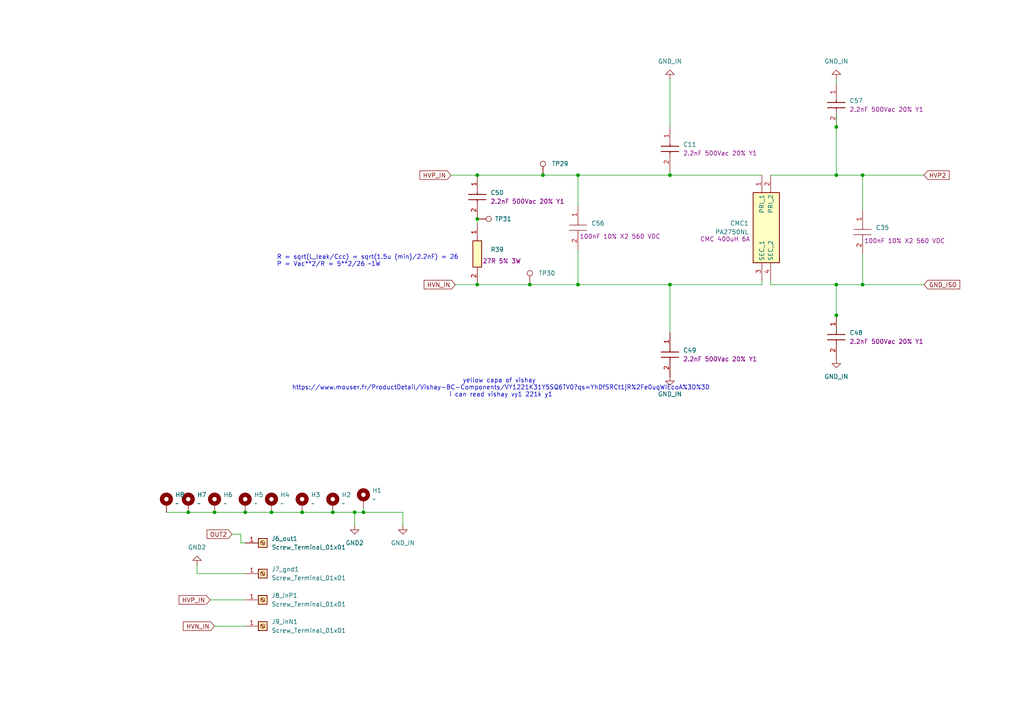
<source format=kicad_sch>
(kicad_sch (version 20250114) (generator "eeschema") (generator_version "9.0")
  (paper "A4")
  (lib_symbols
    (symbol "B81123C1222M:B81123C1222M" (pin_names (hide yes))
      (property "Reference" "C" (at 8.89 6.35 0))
      (property "Value" "B81123C1222M" (at 8.89 3.81 0))
      (symbol "B81123C1222M_1_1"
        (polyline (pts (xy 5.08 0) (xy 5.588 0)) (stroke (width 0.254)))
        (polyline (pts (xy 5.588 2.54) (xy 5.588 -2.54)) (stroke (width 0.254)))
        (polyline (pts (xy 7.112 2.54) (xy 7.112 -2.54)) (stroke (width 0.254)))
        (polyline (pts (xy 7.112 0) (xy 7.62 0)) (stroke (width 0.254)))
        (pin passive line (at 0 0 0) (length 5.08) (name "1") (number "1"))
        (pin passive line (at 12.7 0 180) (length 5.08) (name "2") (number "2"))
      )
    )
    (symbol "Connector:Screw_Terminal_01x01" (pin_names (offset 1.016) (hide yes))
      (property "Reference" "J" (at 0 2.54 0))
      (property "Value" "Screw_Terminal_01x01" (at 0 -2.54 0))
      (symbol "Screw_Terminal_01x01_1_1"
        (rectangle (start -1.27 1.27) (end 1.27 -1.27) (stroke (width 0.254)) (fill (type background)))
        (polyline (pts (xy -0.5334 0.3302) (xy 0.3302 -0.508)) (stroke (width 0.1524)))
        (polyline (pts (xy -0.3556 0.508) (xy 0.508 -0.3302)) (stroke (width 0.1524)))
        (circle (center 0 0) (radius 0.635) (stroke (width 0.1524)))
        (pin passive line (at -5.08 0 0) (length 3.81) (name "Pin_1") (number "1"))
      )
    )
    (symbol "Connector:TestPoint" (pin_numbers (hide yes)) (pin_names (offset 0.762) (hide yes))
      (property "Reference" "TP" (at 0 6.858 0))
      (property "Value" "TestPoint" (at 0 5.08 0))
      (symbol "TestPoint_0_1"
        (circle (center 0 3.302) (radius 0.762))
      )
      (symbol "TestPoint_1_1"
        (pin passive line (at 0 0 90) (length 2.54) (name "1") (number "1"))
      )
    )
    (symbol "LTR100JZPJ270:LTR100JZPJ270" (pin_names (hide yes))
      (property "Reference" "R" (at 13.97 6.35 0))
      (property "Value" "LTR100JZPJ270" (at 13.97 3.81 0))
      (symbol "LTR100JZPJ270_1_1"
        (rectangle (start 5.08 1.27) (end 12.7 -1.27) (stroke (width 0.254)) (fill (type background)))
        (pin passive line (at 0 0 0) (length 5.08) (name "1") (number "1"))
        (pin passive line (at 17.78 0 180) (length 5.08) (name "2") (number "2"))
      )
    )
    (symbol "Mechanical:MountingHole_Pad" (pin_numbers (hide yes)) (pin_names (offset 1.016) (hide yes)) (in_bom no)
      (property "Reference" "H" (at 0 6.35 0))
      (property "Value" "MountingHole_Pad" (at 0 4.445 0))
      (symbol "MountingHole_Pad_0_1"
        (circle (center 0 1.27) (radius 1.27) (stroke (width 1.27)))
      )
      (symbol "MountingHole_Pad_1_1"
        (pin input line (at 0 -2.54 90) (length 2.54) (name "1") (number "1"))
      )
    )
    (symbol "PA2750NL:PA2750NL"
      (property "Reference" "FL" (at 26.67 7.62 0))
      (property "Value" "PA2750NL" (at 26.67 5.08 0))
      (symbol "PA2750NL_1_1"
        (rectangle (start 5.08 2.54) (end 25.4 -5.08) (stroke (width 0.254)) (fill (type background)))
        (pin passive line (at 0 0 0) (length 5.08) (name "PRI_1") (number "1"))
        (pin passive line (at 0 -2.54 0) (length 5.08) (name "PRI_2") (number "2"))
        (pin passive line (at 30.48 0 180) (length 5.08) (name "SEC_1") (number "3"))
        (pin passive line (at 30.48 -2.54 180) (length 5.08) (name "SEC_2") (number "4"))
      )
    )
    (symbol "R46KI310050M1K:R46KI310050M1K" (pin_names (offset 0.762))
      (property "Reference" "C" (at 8.89 6.35 0))
      (property "Value" "R46KI310050M1K" (at 8.89 3.81 0))
      (symbol "R46KI310050M1K_0_0"
        (pin passive line (at 0 0 0) (length 5.08) (name "~") (number "1"))
        (pin passive line (at 12.7 0 180) (length 5.08) (name "~") (number "2"))
      )
      (symbol "R46KI310050M1K_0_1"
        (polyline (pts (xy 5.08 0) (xy 5.588 0)) (stroke (width 0.1524)))
        (polyline (pts (xy 5.588 2.54) (xy 5.588 -2.54)) (stroke (width 0.1524)))
        (polyline (pts (xy 7.112 2.54) (xy 7.112 -2.54)) (stroke (width 0.1524)))
        (polyline (pts (xy 7.112 0) (xy 7.62 0)) (stroke (width 0.1524)))
      )
    )
    (symbol "power:GND2" (power) (pin_numbers (hide yes)) (pin_names (offset 0) (hide yes))
      (property "Value" "GND2" (at 0 -3.81 0))
      (symbol "GND2_0_1"
        (polyline (pts (xy 0 0) (xy 0 -1.27) (xy 1.27 -1.27) (xy 0 -2.54) (xy -1.27 -1.27) (xy 0 -1.27)))
      )
      (symbol "GND2_1_1"
        (pin power_in line (at 0 0 270) (length 0) (name "~") (number "1"))
      )
    )
  )
  (text "R = sqrt(L_leak/Ccc) = sqrt(1.5u (min)/2.2nF) = 26\nP = Vac**2/R = 5**2/26 ~1W" (at 80.264 75.692 0) (effects (font (size 1.27 1.27)) (justify left)))
  (text "yellow capa of vishay \nhttps://www.mouser.fr/ProductDetail/Vishay-BC-Components/VY1221K31Y5SQ6TV0?qs=YhDfSRCt1jR%2Fe0uqWIEcoA%3D%3D\ni can read vishay vy1 221k y1" (at 145.288 112.522 0) (effects (font (size 1.27 1.27))))
  (junction (at 138.43 82.55))
  (junction (at 138.43 50.8))
  (junction (at 157.48 50.8))
  (junction (at 250.19 82.55))
  (junction (at 167.64 50.8))
  (junction (at 96.52 148.59))
  (junction (at 153.67 82.55))
  (junction (at 250.19 50.8))
  (junction (at 54.61 148.59))
  (junction (at 242.57 82.55))
  (junction (at 242.57 91.44))
  (junction (at 87.63 148.59))
  (junction (at 242.57 36.83))
  (junction (at 102.87 148.59))
  (junction (at 194.31 50.8))
  (junction (at 78.74 148.59))
  (junction (at 242.57 50.8))
  (junction (at 138.43 63.5))
  (junction (at 194.31 82.55))
  (junction (at 167.64 82.55))
  (junction (at 105.41 148.59))
  (junction (at 71.12 148.59))
  (junction (at 62.23 148.59))
  (wire (pts (xy 242.57 82.55) (xy 242.57 91.44)))
  (wire (pts (xy 242.57 91.44) (xy 242.57 96.52)))
  (wire (pts (xy 250.19 73.66) (xy 250.19 82.55)))
  (wire (pts (xy 242.57 33.02) (xy 242.57 36.83)))
  (wire (pts (xy 242.57 50.8) (xy 250.19 50.8)))
  (wire (pts (xy 153.67 82.55) (xy 167.64 82.55)))
  (wire (pts (xy 242.57 82.55) (xy 250.19 82.55)))
  (wire (pts (xy 157.48 50.8) (xy 167.64 50.8)))
  (wire (pts (xy 167.64 50.8) (xy 167.64 59.69)))
  (wire (pts (xy 250.19 50.8) (xy 250.19 60.96)))
  (wire (pts (xy 194.31 22.86) (xy 194.31 36.83)))
  (wire (pts (xy 102.87 148.59) (xy 105.41 148.59)))
  (wire (pts (xy 57.15 163.83) (xy 57.15 166.37)))
  (wire (pts (xy 130.81 50.8) (xy 138.43 50.8)))
  (wire (pts (xy 105.41 148.59) (xy 116.84 148.59)))
  (wire (pts (xy 194.31 50.8) (xy 220.98 50.8)))
  (wire (pts (xy 138.43 64.77) (xy 138.43 63.5)))
  (wire (pts (xy 194.31 96.52) (xy 194.31 82.55)))
  (wire (pts (xy 132.08 82.55) (xy 138.43 82.55)))
  (wire (pts (xy 102.87 148.59) (xy 102.87 152.4)))
  (wire (pts (xy 57.15 166.37) (xy 71.12 166.37)))
  (wire (pts (xy 220.98 82.55) (xy 220.98 81.28)))
  (wire (pts (xy 242.57 22.86) (xy 242.57 24.13)))
  (wire (pts (xy 67.31 154.94) (xy 69.85 154.94)))
  (wire (pts (xy 78.74 148.59) (xy 87.63 148.59)))
  (wire (pts (xy 105.41 148.59) (xy 105.41 147.32)))
  (wire (pts (xy 62.23 148.59) (xy 71.12 148.59)))
  (wire (pts (xy 96.52 148.59) (xy 102.87 148.59)))
  (wire (pts (xy 167.64 82.55) (xy 194.31 82.55)))
  (wire (pts (xy 138.43 82.55) (xy 153.67 82.55)))
  (wire (pts (xy 223.52 82.55) (xy 242.57 82.55)))
  (wire (pts (xy 223.52 50.8) (xy 242.57 50.8)))
  (wire (pts (xy 250.19 82.55) (xy 267.97 82.55)))
  (wire (pts (xy 138.43 50.8) (xy 157.48 50.8)))
  (wire (pts (xy 54.61 148.59) (xy 62.23 148.59)))
  (wire (pts (xy 69.85 157.48) (xy 71.12 157.48)))
  (wire (pts (xy 116.84 152.4) (xy 116.84 148.59)))
  (wire (pts (xy 194.31 49.53) (xy 194.31 50.8)))
  (wire (pts (xy 60.96 173.99) (xy 71.12 173.99)))
  (wire (pts (xy 167.64 72.39) (xy 167.64 82.55)))
  (wire (pts (xy 223.52 82.55) (xy 223.52 81.28)))
  (wire (pts (xy 71.12 148.59) (xy 78.74 148.59)))
  (wire (pts (xy 250.19 50.8) (xy 267.97 50.8)))
  (wire (pts (xy 87.63 148.59) (xy 96.52 148.59)))
  (wire (pts (xy 242.57 36.83) (xy 242.57 50.8)))
  (wire (pts (xy 167.64 50.8) (xy 194.31 50.8)))
  (wire (pts (xy 194.31 82.55) (xy 220.98 82.55)))
  (wire (pts (xy 48.26 148.59) (xy 54.61 148.59)))
  (wire (pts (xy 69.85 154.94) (xy 69.85 157.48)))
  (wire (pts (xy 62.23 181.61) (xy 71.12 181.61)))
  (global_label "HVP_IN" (shape input) (at 60.96 173.99 180) (property "Intersheetrefs" "${INTERSHEET_REFS}" (effects (hide yes))))
  (global_label "HVN_IN" (shape input) (at 132.08 82.55 180) (property "Intersheetrefs" "${INTERSHEET_REFS}" (effects (hide yes))))
  (global_label "HVP2" (shape input) (at 267.97 50.8 0) (property "Intersheetrefs" "${INTERSHEET_REFS}" (effects (hide yes))))
  (global_label "OUT2" (shape input) (at 67.31 154.94 180) (property "Intersheetrefs" "${INTERSHEET_REFS}" (effects (hide yes))))
  (global_label "HVP_IN" (shape input) (at 130.81 50.8 180) (property "Intersheetrefs" "${INTERSHEET_REFS}" (effects (hide yes))))
  (global_label "HVN_IN" (shape input) (at 62.23 181.61 180) (property "Intersheetrefs" "${INTERSHEET_REFS}" (effects (hide yes))))
  (global_label "GND_ISO" (shape input) (at 267.97 82.55 0) (property "Intersheetrefs" "${INTERSHEET_REFS}" (effects (hide yes))))
  (symbol (lib_id "B81123C1222M:B81123C1222M") (at 242.57 24.13 270) (unit 1)
    (property "Reference" "C57" (at 246.38 29.2099 90) (effects (justify left)))
    (property "Value" "B81123C1222M" (effects (hide yes)))
    (property "Footprint" "B81123C1222M:B81123C1222M" (effects (hide yes)))
    (property "Datasheet" "https://en.tdk-electronics.tdk.com/inf/20/20/db/fc_2009/Y1_B81123.pdf" (effects (hide yes)))
    (property "Description" "2.2nF 500Vac 20% Y1" (at 246.38 31.7499 90) (effects (justify left)))
    (property "Height" "12.5" (effects (hide yes)))
    (property "Mouser Part Number" "871-B81123C1222M" (effects (hide yes)))
    (property "Mouser Price/Stock" "https://www.mouser.co.uk/ProductDetail/EPCOS-TDK/B81123C1222M?qs=Gus83tocK7veFAufT0DP%2FQ%3D%3D" (effects (hide yes)))
    (property "Manufacturer_Name" "TDK" (effects (hide yes)))
    (property "Manufacturer_Part_Number" "B81123C1222M" (effects (hide yes)))
  )
  (symbol (lib_id "Connector:Screw_Terminal_01x01") (at 76.2 166.37 0) (unit 1)
    (property "Reference" "J7_gnd1" (at 78.74 165.0999 0) (effects (justify left)))
    (property "Value" "Screw_Terminal_01x01" (at 78.74 167.6399 0) (effects (justify left)))
    (property "Footprint" "New_Linrary:tab_conn" (effects (hide yes)))
    (property "Description" "Generic screw terminal, single row, 01x01, script generated (kicad-library-utils/schlib/autogen/connector/)" (effects (hide yes)))
  )
  (symbol (lib_id "power:GND2") (at 242.57 22.86 0) (mirror x) (unit 1)
    (property "Reference" "#PWR048" (effects (hide yes)))
    (property "Value" "GND_IN" (at 242.57 17.78 0))
    (property "Description" "Power symbol creates a global label with name \"GND2\" , ground" (effects (hide yes)))
  )
  (symbol (lib_id "Connector:Screw_Terminal_01x01") (at 76.2 181.61 0) (unit 1)
    (property "Reference" "J9_inN1" (at 78.74 180.3399 0) (effects (justify left)))
    (property "Value" "Screw_Terminal_01x01" (at 78.74 182.8799 0) (effects (justify left)))
    (property "Footprint" "New_Linrary:tab_conn" (effects (hide yes)))
    (property "Description" "Generic screw terminal, single row, 01x01, script generated (kicad-library-utils/schlib/autogen/connector/)" (effects (hide yes)))
  )
  (symbol (lib_id "Mechanical:MountingHole_Pad") (at 96.52 146.05 0) (unit 1) (in_bom no)
    (property "Reference" "H2" (at 99.06 143.5099 0) (effects (justify left)))
    (property "Value" "~" (at 99.06 146.0499 0) (effects (justify left)))
    (property "Footprint" "MountingHole:MountingHole_2.7mm_M2.5_Pad_Via" (effects (hide yes)))
    (property "Description" "Mounting Hole with connection" (effects (hide yes)))
  )
  (symbol (lib_id "Connector:TestPoint") (at 157.48 50.8 0) (unit 1)
    (property "Reference" "TP29" (at 160.02 47.4979 0) (effects (justify left)))
    (property "Value" "TestPoint" (effects (hide yes)))
    (property "Footprint" "TestPoint:TestPoint_Pad_D1.0mm" (effects (hide yes)))
    (property "Description" "test point" (effects (hide yes)))
  )
  (symbol (lib_id "B81123C1222M:B81123C1222M") (at 242.57 91.44 270) (unit 1)
    (property "Reference" "C48" (at 246.38 96.5199 90) (effects (justify left)))
    (property "Value" "B81123C1222M" (effects (hide yes)))
    (property "Footprint" "B81123C1222M:B81123C1222M" (effects (hide yes)))
    (property "Datasheet" "https://en.tdk-electronics.tdk.com/inf/20/20/db/fc_2009/Y1_B81123.pdf" (effects (hide yes)))
    (property "Description" "2.2nF 500Vac 20% Y1" (at 246.38 99.0599 90) (effects (justify left)))
    (property "Height" "12.5" (effects (hide yes)))
    (property "Mouser Part Number" "871-B81123C1222M" (effects (hide yes)))
    (property "Mouser Price/Stock" "https://www.mouser.co.uk/ProductDetail/EPCOS-TDK/B81123C1222M?qs=Gus83tocK7veFAufT0DP%2FQ%3D%3D" (effects (hide yes)))
    (property "Manufacturer_Name" "TDK" (effects (hide yes)))
    (property "Manufacturer_Part_Number" "B81123C1222M" (effects (hide yes)))
  )
  (symbol (lib_id "Mechanical:MountingHole_Pad") (at 48.26 146.05 0) (unit 1) (in_bom no)
    (property "Reference" "H8" (at 50.8 143.5099 0) (effects (justify left)))
    (property "Value" "~" (at 50.8 146.0499 0) (effects (justify left)))
    (property "Footprint" "MountingHole:MountingHole_2.1mm" (effects (hide yes)))
    (property "Description" "Mounting Hole with connection" (effects (hide yes)))
  )
  (symbol (lib_id "Connector:TestPoint") (at 138.43 63.5 270) (unit 1)
    (property "Reference" "TP31" (at 143.51 63.4999 90) (effects (justify left)))
    (property "Value" "TestPoint" (effects (hide yes)))
    (property "Footprint" "TestPoint:TestPoint_Pad_D1.0mm" (effects (hide yes)))
    (property "Description" "test point" (effects (hide yes)))
  )
  (symbol (lib_id "PA2750NL:PA2750NL") (at 220.98 50.8 90) (mirror x) (unit 1)
    (property "Reference" "CMC1" (at 217.17 64.7699 90) (effects (justify left)))
    (property "Value" "PA2750NL" (at 217.17 67.3099 90) (effects (justify left)))
    (property "Footprint" "PA2750NL:PA2750NL" (effects (hide yes)))
    (property "Datasheet" "https://www.arrow.com/en/products/pa2750nl/pulse-electronics-corporation" (effects (hide yes)))
    (property "Description" "CMC 400uH 6A" (at 210.312 69.342 90))
    (property "Height" "10" (effects (hide yes)))
    (property "Mouser Part Number" "673-PA2750NL" (effects (hide yes)))
    (property "Mouser Price/Stock" "https://www.mouser.co.uk/ProductDetail/Pulse-Electronics/PA2750NL?qs=%252BUGZmmosPSKMfqU1auiJGA%3D%3D" (effects (hide yes)))
    (property "Manufacturer_Name" "PULSE" (effects (hide yes)))
    (property "Manufacturer_Part_Number" "PA2750NL" (effects (hide yes)))
  )
  (symbol (lib_id "Mechanical:MountingHole_Pad") (at 62.23 146.05 0) (unit 1) (in_bom no)
    (property "Reference" "H6" (at 64.77 143.5099 0) (effects (justify left)))
    (property "Value" "~" (at 64.77 146.0499 0) (effects (justify left)))
    (property "Footprint" "MountingHole:MountingHole_2.1mm" (effects (hide yes)))
    (property "Description" "Mounting Hole with connection" (effects (hide yes)))
  )
  (symbol (lib_id "B81123C1222M:B81123C1222M") (at 194.31 36.83 270) (unit 1)
    (property "Reference" "C11" (at 198.12 41.9099 90) (effects (justify left)))
    (property "Value" "B81123C1222M" (effects (hide yes)))
    (property "Footprint" "B81123C1222M:B81123C1222M" (effects (hide yes)))
    (property "Datasheet" "https://en.tdk-electronics.tdk.com/inf/20/20/db/fc_2009/Y1_B81123.pdf" (effects (hide yes)))
    (property "Description" "2.2nF 500Vac 20% Y1" (at 198.12 44.4499 90) (effects (justify left)))
    (property "Height" "12.5" (effects (hide yes)))
    (property "Mouser Part Number" "871-B81123C1222M" (effects (hide yes)))
    (property "Mouser Price/Stock" "https://www.mouser.co.uk/ProductDetail/EPCOS-TDK/B81123C1222M?qs=Gus83tocK7veFAufT0DP%2FQ%3D%3D" (effects (hide yes)))
    (property "Manufacturer_Name" "TDK" (effects (hide yes)))
    (property "Manufacturer_Part_Number" "B81123C1222M" (effects (hide yes)))
  )
  (symbol (lib_id "B81123C1222M:B81123C1222M") (at 194.31 96.52 270) (unit 1)
    (property "Reference" "C49" (at 198.12 101.5999 90) (effects (justify left)))
    (property "Value" "B81123C1222M" (effects (hide yes)))
    (property "Footprint" "B81123C1222M:B81123C1222M" (effects (hide yes)))
    (property "Datasheet" "https://en.tdk-electronics.tdk.com/inf/20/20/db/fc_2009/Y1_B81123.pdf" (effects (hide yes)))
    (property "Description" "2.2nF 500Vac 20% Y1" (at 198.12 104.1399 90) (effects (justify left)))
    (property "Height" "12.5" (effects (hide yes)))
    (property "Mouser Part Number" "871-B81123C1222M" (effects (hide yes)))
    (property "Mouser Price/Stock" "https://www.mouser.co.uk/ProductDetail/EPCOS-TDK/B81123C1222M?qs=Gus83tocK7veFAufT0DP%2FQ%3D%3D" (effects (hide yes)))
    (property "Manufacturer_Name" "TDK" (effects (hide yes)))
    (property "Manufacturer_Part_Number" "B81123C1222M" (effects (hide yes)))
  )
  (symbol (lib_id "power:GND2") (at 57.15 163.83 180) (unit 1)
    (property "Reference" "#PWR026" (effects (hide yes)))
    (property "Value" "GND2" (at 57.15 158.75 0))
    (property "Description" "Power symbol creates a global label with name \"GND2\" , ground" (effects (hide yes)))
  )
  (symbol (lib_id "power:GND2") (at 194.31 109.22 0) (unit 1)
    (property "Reference" "#PWR044" (effects (hide yes)))
    (property "Value" "GND_IN" (at 194.31 114.3 0))
    (property "Description" "Power symbol creates a global label with name \"GND2\" , ground" (effects (hide yes)))
  )
  (symbol (lib_id "power:GND2") (at 194.31 22.86 0) (mirror x) (unit 1)
    (property "Reference" "#PWR047" (effects (hide yes)))
    (property "Value" "GND_IN" (at 194.31 17.78 0))
    (property "Description" "Power symbol creates a global label with name \"GND2\" , ground" (effects (hide yes)))
  )
  (symbol (lib_id "LTR100JZPJ270:LTR100JZPJ270") (at 138.43 64.77 270) (unit 1)
    (property "Reference" "R39" (at 142.24 72.3899 90) (effects (justify left)))
    (property "Value" "LTR100JZPJ270" (effects (hide yes)))
    (property "Footprint" "LTR100JZPJ270:RESC3264X70N" (effects (hide yes)))
    (property "Datasheet" "https://fscdn.rohm.com/jp/products/databook/datasheet/passive/resistor/chip_resistor/ltr-j.pdf" (effects (hide yes)))
    (property "Description" "27R 5% 3W" (at 145.542 75.692 90))
    (property "Height" "0.7" (effects (hide yes)))
    (property "Mouser Part Number" "755-LTR100JZPJ270" (effects (hide yes)))
    (property "Mouser Price/Stock" "https://www.mouser.co.uk/ProductDetail/ROHM-Semiconductor/LTR100JZPJ270?qs=rQFj71Wb1eXV0Qkg%2F%252B7akg%3D%3D" (effects (hide yes)))
    (property "Manufacturer_Name" "ROHM Semiconductor" (effects (hide yes)))
    (property "Manufacturer_Part_Number" "LTR100JZPJ270" (effects (hide yes)))
  )
  (symbol (lib_id "Mechanical:MountingHole_Pad") (at 87.63 146.05 0) (unit 1) (in_bom no)
    (property "Reference" "H3" (at 90.17 143.5099 0) (effects (justify left)))
    (property "Value" "~" (at 90.17 146.0499 0) (effects (justify left)))
    (property "Footprint" "MountingHole:MountingHole_2.1mm" (effects (hide yes)))
    (property "Description" "Mounting Hole with connection" (effects (hide yes)))
  )
  (symbol (lib_id "Connector:TestPoint") (at 153.67 82.55 0) (unit 1)
    (property "Reference" "TP30" (at 156.21 79.2479 0) (effects (justify left)))
    (property "Value" "TestPoint" (effects (hide yes)))
    (property "Footprint" "TestPoint:TestPoint_Pad_D1.0mm" (effects (hide yes)))
    (property "Description" "test point" (effects (hide yes)))
  )
  (symbol (lib_id "Mechanical:MountingHole_Pad") (at 105.41 144.78 0) (unit 1) (in_bom no)
    (property "Reference" "H1" (at 107.95 142.2399 0) (effects (justify left)))
    (property "Value" "~" (at 107.95 144.7799 0) (effects (justify left)))
    (property "Footprint" "MountingHole:MountingHole_2.7mm_M2.5_Pad_Via" (effects (hide yes)))
    (property "Description" "Mounting Hole with connection" (effects (hide yes)))
  )
  (symbol (lib_id "power:GND2") (at 242.57 104.14 0) (unit 1)
    (property "Reference" "#PWR046" (effects (hide yes)))
    (property "Value" "GND_IN" (at 242.57 109.22 0))
    (property "Description" "Power symbol creates a global label with name \"GND2\" , ground" (effects (hide yes)))
  )
  (symbol (lib_id "Mechanical:MountingHole_Pad") (at 54.61 146.05 0) (unit 1) (in_bom no)
    (property "Reference" "H7" (at 57.15 143.5099 0) (effects (justify left)))
    (property "Value" "~" (at 57.15 146.0499 0) (effects (justify left)))
    (property "Footprint" "MountingHole:MountingHole_2.1mm" (effects (hide yes)))
    (property "Description" "Mounting Hole with connection" (effects (hide yes)))
  )
  (symbol (lib_id "R46KI310050M1K:R46KI310050M1K") (at 167.64 59.69 270) (unit 1)
    (property "Reference" "C56" (at 171.45 64.7699 90) (effects (justify left)))
    (property "Value" "R46KI310050M1K" (effects (hide yes)))
    (property "Footprint" "R46KI310050M1K:R46KI310050M1K" (effects (hide yes)))
    (property "Datasheet" "https://search.kemet.com/component-documentation/download/specsheet/R46KI310050M1K" (effects (hide yes)))
    (property "Description" "100nF 10% X2 560 VDC" (at 179.832 68.58 90))
    (property "Height" "11.1" (effects (hide yes)))
    (property "Mouser Part Number" "80-R46KI310050M1K" (effects (hide yes)))
    (property "Mouser Price/Stock" "https://www.mouser.co.uk/ProductDetail/KEMET/R46KI310050M1K/?qs=D0iH%252BVFiYPMp3c4CZzIXlA%3D%3D" (effects (hide yes)))
    (property "Manufacturer_Name" "KEMET" (effects (hide yes)))
    (property "Manufacturer_Part_Number" "R46KI310050M1K" (effects (hide yes)))
    (property "Field10" "R46 275 VAC, Film, Metallized Polypropylene, Safety, 0.1 uF, 10%, 275 VAC (X2), 560 VDC, 110C, 15mm" (effects (hide yes)))
  )
  (symbol (lib_id "Mechanical:MountingHole_Pad") (at 78.74 146.05 0) (unit 1) (in_bom no)
    (property "Reference" "H4" (at 81.28 143.5099 0) (effects (justify left)))
    (property "Value" "~" (at 81.28 146.0499 0) (effects (justify left)))
    (property "Footprint" "MountingHole:MountingHole_2.1mm" (effects (hide yes)))
    (property "Description" "Mounting Hole with connection" (effects (hide yes)))
  )
  (symbol (lib_id "Connector:Screw_Terminal_01x01") (at 76.2 173.99 0) (unit 1)
    (property "Reference" "J8_inP1" (at 78.74 172.7199 0) (effects (justify left)))
    (property "Value" "Screw_Terminal_01x01" (at 78.74 175.2599 0) (effects (justify left)))
    (property "Footprint" "New_Linrary:tab_conn" (effects (hide yes)))
    (property "Description" "Generic screw terminal, single row, 01x01, script generated (kicad-library-utils/schlib/autogen/connector/)" (effects (hide yes)))
  )
  (symbol (lib_id "Mechanical:MountingHole_Pad") (at 71.12 146.05 0) (unit 1) (in_bom no)
    (property "Reference" "H5" (at 73.66 143.5099 0) (effects (justify left)))
    (property "Value" "~" (at 73.66 146.0499 0) (effects (justify left)))
    (property "Footprint" "MountingHole:MountingHole_2.1mm" (effects (hide yes)))
    (property "Description" "Mounting Hole with connection" (effects (hide yes)))
  )
  (symbol (lib_id "power:GND2") (at 116.84 152.4 0) (unit 1)
    (property "Reference" "#PWR052" (effects (hide yes)))
    (property "Value" "GND_IN" (at 116.84 157.48 0))
    (property "Description" "Power symbol creates a global label with name \"GND2\" , ground" (effects (hide yes)))
  )
  (symbol (lib_id "Connector:Screw_Terminal_01x01") (at 76.2 157.48 0) (unit 1)
    (property "Reference" "J6_out1" (at 78.74 156.2099 0) (effects (justify left)))
    (property "Value" "Screw_Terminal_01x01" (at 78.74 158.7499 0) (effects (justify left)))
    (property "Footprint" "New_Linrary:tab_conn" (effects (hide yes)))
    (property "Description" "Generic screw terminal, single row, 01x01, script generated (kicad-library-utils/schlib/autogen/connector/)" (effects (hide yes)))
  )
  (symbol (lib_id "R46KI310050M1K:R46KI310050M1K") (at 250.19 60.96 270) (unit 1)
    (property "Reference" "C35" (at 254 66.0399 90) (effects (justify left)))
    (property "Value" "R46KI310050M1K" (effects (hide yes)))
    (property "Footprint" "R46KI310050M1K:R46KI310050M1K" (effects (hide yes)))
    (property "Datasheet" "https://search.kemet.com/component-documentation/download/specsheet/R46KI310050M1K" (effects (hide yes)))
    (property "Description" "100nF 10% X2 560 VDC" (at 262.382 69.85 90))
    (property "Height" "11.1" (effects (hide yes)))
    (property "Mouser Part Number" "80-R46KI310050M1K" (effects (hide yes)))
    (property "Mouser Price/Stock" "https://www.mouser.co.uk/ProductDetail/KEMET/R46KI310050M1K/?qs=D0iH%252BVFiYPMp3c4CZzIXlA%3D%3D" (effects (hide yes)))
    (property "Manufacturer_Name" "KEMET" (effects (hide yes)))
    (property "Manufacturer_Part_Number" "R46KI310050M1K" (effects (hide yes)))
    (property "Field10" "R46 275 VAC, Film, Metallized Polypropylene, Safety, 0.1 uF, 10%, 275 VAC (X2), 560 VDC, 110C, 15mm" (effects (hide yes)))
  )
  (symbol (lib_id "B81123C1222M:B81123C1222M") (at 138.43 50.8 270) (unit 1)
    (property "Reference" "C50" (at 142.24 55.8799 90) (effects (justify left)))
    (property "Value" "B81123C1222M" (effects (hide yes)))
    (property "Footprint" "B81123C1222M:B81123C1222M" (effects (hide yes)))
    (property "Datasheet" "https://en.tdk-electronics.tdk.com/inf/20/20/db/fc_2009/Y1_B81123.pdf" (effects (hide yes)))
    (property "Description" "2.2nF 500Vac 20% Y1" (at 142.24 58.4199 90) (effects (justify left)))
    (property "Height" "12.5" (effects (hide yes)))
    (property "Mouser Part Number" "871-B81123C1222M" (effects (hide yes)))
    (property "Mouser Price/Stock" "https://www.mouser.co.uk/ProductDetail/EPCOS-TDK/B81123C1222M?qs=Gus83tocK7veFAufT0DP%2FQ%3D%3D" (effects (hide yes)))
    (property "Manufacturer_Name" "TDK" (effects (hide yes)))
    (property "Manufacturer_Part_Number" "B81123C1222M" (effects (hide yes)))
  )
  (symbol (lib_id "power:GND2") (at 102.87 152.4 0) (unit 1)
    (property "Reference" "#PWR032" (effects (hide yes)))
    (property "Value" "GND2" (at 102.87 157.48 0))
    (property "Description" "Power symbol creates a global label with name \"GND2\" , ground" (effects (hide yes)))
  )
)
</source>
